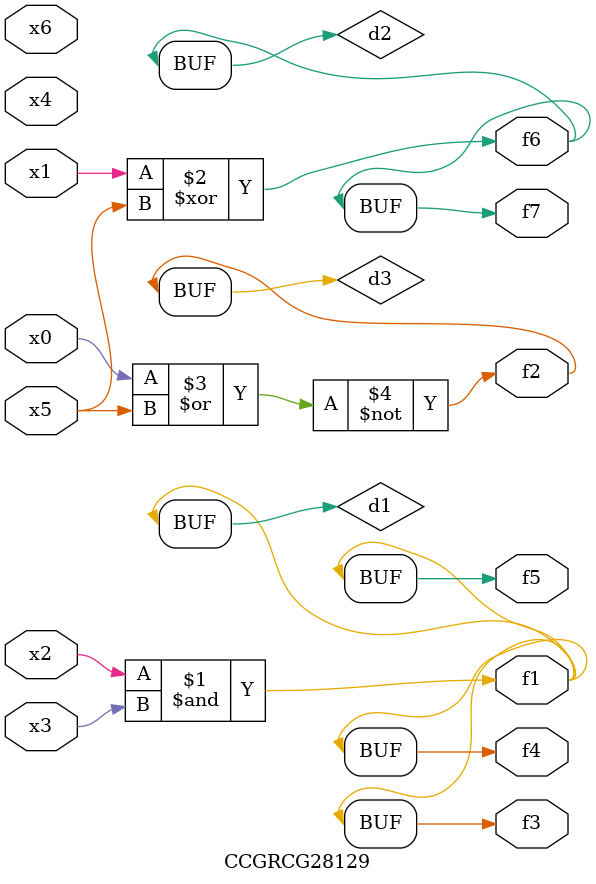
<source format=v>
module CCGRCG28129(
	input x0, x1, x2, x3, x4, x5, x6,
	output f1, f2, f3, f4, f5, f6, f7
);

	wire d1, d2, d3;

	and (d1, x2, x3);
	xor (d2, x1, x5);
	nor (d3, x0, x5);
	assign f1 = d1;
	assign f2 = d3;
	assign f3 = d1;
	assign f4 = d1;
	assign f5 = d1;
	assign f6 = d2;
	assign f7 = d2;
endmodule

</source>
